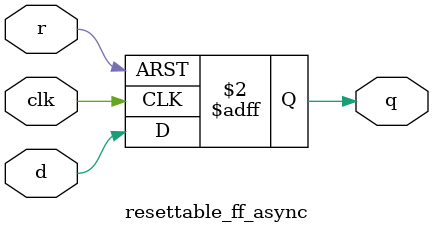
<source format=sv>
module resettable_ff_async(
input logic d, clk, r,
output logic q);

always_ff @(posedge clk, posedge r)
    if (r) // r == 1
    q <= 1'b0;
    else
    q <= d;
endmodule
</source>
